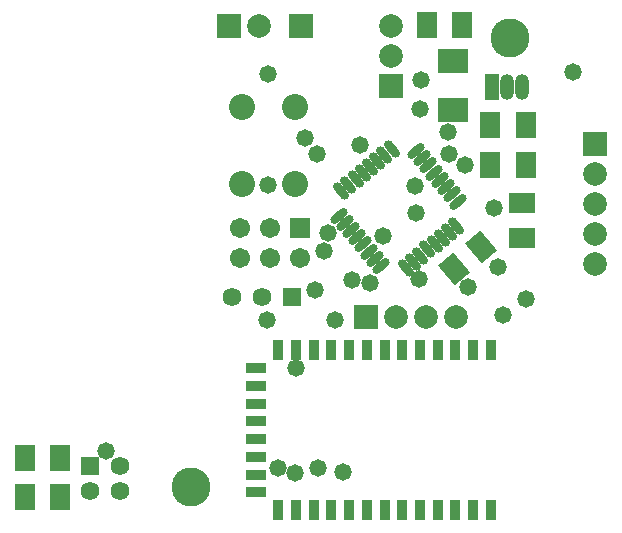
<source format=gbr>
G04 Layer_Color=8388736*
%FSLAX44Y44*%
%MOMM*%
%TF.FileFunction,Soldermask,Top*%
%TF.Part,Single*%
G01*
G75*
%TA.AperFunction,SMDPad*%
G04:AMPARAMS|DCode=41|XSize=0.7532mm|YSize=1.7032mm|CornerRadius=0mm|HoleSize=0mm|Usage=FLASHONLY|Rotation=310.000|XOffset=0mm|YOffset=0mm|HoleType=Round|Shape=Round|*
%AMOVALD41*
21,1,0.9500,0.7532,0.0000,0.0000,40.0*
1,1,0.7532,-0.3639,-0.3053*
1,1,0.7532,0.3639,0.3053*
%
%ADD41OVALD41*%

%TA.AperFunction,SMDPad*%
G04:AMPARAMS|DCode=42|XSize=0.7532mm|YSize=1.7032mm|CornerRadius=0mm|HoleSize=0mm|Usage=FLASHONLY|Rotation=40.000|XOffset=0mm|YOffset=0mm|HoleType=Round|Shape=Round|*
%AMOVALD42*
21,1,0.9500,0.7532,0.0000,0.0000,130.0*
1,1,0.7532,0.3053,-0.3639*
1,1,0.7532,-0.3053,0.3639*
%
%ADD42OVALD42*%

%TA.AperFunction,SMDPad*%
%ADD43R,1.7032X2.2032*%
%TA.AperFunction,SMDPad*%
%ADD44R,2.6032X2.1032*%
%TA.AperFunction,SMDPad*%
%ADD45R,2.2032X1.7032*%
%TA.AperFunction,SMDPad*%
G04:AMPARAMS|DCode=46|XSize=1.7032mm|YSize=2.2032mm|CornerRadius=0mm|HoleSize=0mm|Usage=FLASHONLY|Rotation=40.000|XOffset=0mm|YOffset=0mm|HoleType=Round|Shape=Rectangle|*
%AMROTATEDRECTD46*
4,1,4,0.0557,-1.3913,-1.3605,0.2965,-0.0557,1.3913,1.3605,-0.2965,0.0557,-1.3913,0.0*
%
%ADD46ROTATEDRECTD46*%

%TA.AperFunction,SMDPad*%
%ADD47R,0.8382X1.7272*%
%TA.AperFunction,SMDPad*%
%ADD48R,1.7272X0.8382*%
%TA.AperFunction,ViaPad*%
%ADD49R,1.2032X2.2032*%
%TA.AperFunction,ViaPad*%
%ADD50O,1.2032X2.2032*%
%TA.AperFunction,ViaPad*%
%ADD51C,1.5812*%
%TA.AperFunction,ViaPad*%
%ADD52R,1.5812X1.5812*%
%TA.AperFunction,ViaPad*%
%ADD53R,2.0032X2.0032*%
%TA.AperFunction,ViaPad*%
%ADD54R,2.0032X2.0032*%
%TA.AperFunction,ViaPad*%
%ADD55C,2.0032*%
%TA.AperFunction,ConnectorPad*%
%ADD56C,3.3032*%
%TA.AperFunction,ViaPad*%
%ADD57C,1.7032*%
%TA.AperFunction,ViaPad*%
%ADD58R,1.7032X1.7032*%
%TA.AperFunction,ViaPad*%
%ADD59C,2.2032*%
%TA.AperFunction,ViaPad*%
%ADD60C,1.4732*%
D41*
X390479Y319278D02*
D03*
X395621Y313149D02*
D03*
X400764Y307021D02*
D03*
X405906Y300893D02*
D03*
X411048Y294764D02*
D03*
X416191Y288636D02*
D03*
X421333Y282508D02*
D03*
X426475Y276379D02*
D03*
X361361Y221742D02*
D03*
X356219Y227871D02*
D03*
X351077Y233999D02*
D03*
X345934Y240128D02*
D03*
X340792Y246255D02*
D03*
X335650Y252384D02*
D03*
X330507Y258512D02*
D03*
X325365Y264641D02*
D03*
D42*
X424688Y255951D02*
D03*
X418559Y250809D02*
D03*
X412431Y245667D02*
D03*
X406302Y240524D02*
D03*
X399941Y235956D02*
D03*
X394046Y230240D02*
D03*
X387917Y225098D02*
D03*
X381789Y219955D02*
D03*
X327152Y285069D02*
D03*
X333280Y290211D02*
D03*
X339409Y295353D02*
D03*
X345537Y300496D02*
D03*
X351665Y305638D02*
D03*
X357794Y310781D02*
D03*
X363923Y315922D02*
D03*
X370051Y321065D02*
D03*
D43*
X59460Y26670D02*
D03*
X89460D02*
D03*
X59460Y59690D02*
D03*
X89460D02*
D03*
X399830Y425870D02*
D03*
X429830D02*
D03*
X483630Y307340D02*
D03*
X453630D02*
D03*
X483630Y341630D02*
D03*
X453630D02*
D03*
D44*
X421640Y395150D02*
D03*
Y354150D02*
D03*
D45*
X480060Y275350D02*
D03*
Y245350D02*
D03*
D46*
X422849Y218958D02*
D03*
X445831Y238242D02*
D03*
D47*
X454020Y150438D02*
D03*
X439020D02*
D03*
X424020D02*
D03*
X409020D02*
D03*
X394020D02*
D03*
X379020D02*
D03*
X364020D02*
D03*
X349020D02*
D03*
X334020D02*
D03*
X319020D02*
D03*
X304020D02*
D03*
X289020D02*
D03*
X274020D02*
D03*
Y15240D02*
D03*
X289020D02*
D03*
X304020D02*
D03*
X319020D02*
D03*
X334020D02*
D03*
X349020D02*
D03*
X364020D02*
D03*
X379020D02*
D03*
X394020D02*
D03*
X409020D02*
D03*
X424020D02*
D03*
X439020D02*
D03*
X454020D02*
D03*
D48*
X255270Y135438D02*
D03*
Y120438D02*
D03*
Y105438D02*
D03*
Y90438D02*
D03*
Y75438D02*
D03*
Y60198D02*
D03*
Y45212D02*
D03*
Y30226D02*
D03*
D49*
X454660Y373380D02*
D03*
D50*
X467360D02*
D03*
X480060D02*
D03*
D51*
X234950Y195580D02*
D03*
X260350D02*
D03*
X140230Y52730D02*
D03*
Y31630D02*
D03*
X114830D02*
D03*
D52*
X285750Y195580D02*
D03*
X114830Y52730D02*
D03*
D53*
X293370Y425450D02*
D03*
X542290Y325120D02*
D03*
X369570Y374650D02*
D03*
D54*
X232410Y425450D02*
D03*
X347980Y179070D02*
D03*
D55*
X257810Y425450D02*
D03*
X373380Y179070D02*
D03*
X398780D02*
D03*
X424180D02*
D03*
X542290Y299720D02*
D03*
Y274320D02*
D03*
Y248920D02*
D03*
Y223520D02*
D03*
X369570Y400050D02*
D03*
Y425450D02*
D03*
D56*
X200000Y35000D02*
D03*
X470000Y415000D02*
D03*
D57*
X241300Y228600D02*
D03*
Y254000D02*
D03*
X266700Y228600D02*
D03*
Y254000D02*
D03*
X292100Y228600D02*
D03*
D58*
Y254000D02*
D03*
D59*
X287930Y356350D02*
D03*
Y291350D02*
D03*
X242930Y356350D02*
D03*
Y291350D02*
D03*
D60*
X459740Y220980D02*
D03*
X342938Y324358D02*
D03*
X322110Y176276D02*
D03*
X264706D02*
D03*
X351574Y207772D02*
D03*
X417360Y335534D02*
D03*
X296456Y329978D02*
D03*
X312966Y234950D02*
D03*
X328714Y47752D02*
D03*
X523532Y385826D02*
D03*
X265468Y384556D02*
D03*
Y290830D02*
D03*
X307886Y50546D02*
D03*
X316522Y249428D02*
D03*
X336842Y209804D02*
D03*
X394246Y354838D02*
D03*
X431768Y307370D02*
D03*
X418376Y316992D02*
D03*
X307124Y316738D02*
D03*
X389928Y289306D02*
D03*
X390690Y267155D02*
D03*
X393484Y210566D02*
D03*
X305346Y201168D02*
D03*
X128054Y65278D02*
D03*
X484110Y193971D02*
D03*
X434886Y203962D02*
D03*
X363004Y246888D02*
D03*
X464180Y180172D02*
D03*
X456603Y270891D02*
D03*
X394754Y379730D02*
D03*
X288074Y46228D02*
D03*
X289020Y135128D02*
D03*
X274020Y50546D02*
D03*
%TF.MD5,8FD2EDFE0526341A34E828CC370EA7C4*%
M02*

</source>
